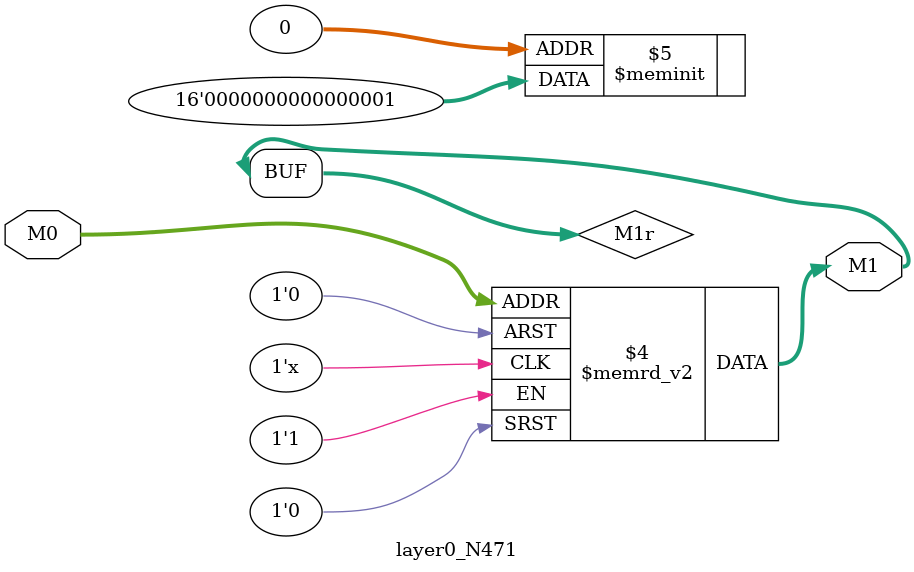
<source format=v>
module layer0_N471 ( input [2:0] M0, output [1:0] M1 );

	(*rom_style = "distributed" *) reg [1:0] M1r;
	assign M1 = M1r;
	always @ (M0) begin
		case (M0)
			3'b000: M1r = 2'b01;
			3'b100: M1r = 2'b00;
			3'b010: M1r = 2'b00;
			3'b110: M1r = 2'b00;
			3'b001: M1r = 2'b00;
			3'b101: M1r = 2'b00;
			3'b011: M1r = 2'b00;
			3'b111: M1r = 2'b00;

		endcase
	end
endmodule

</source>
